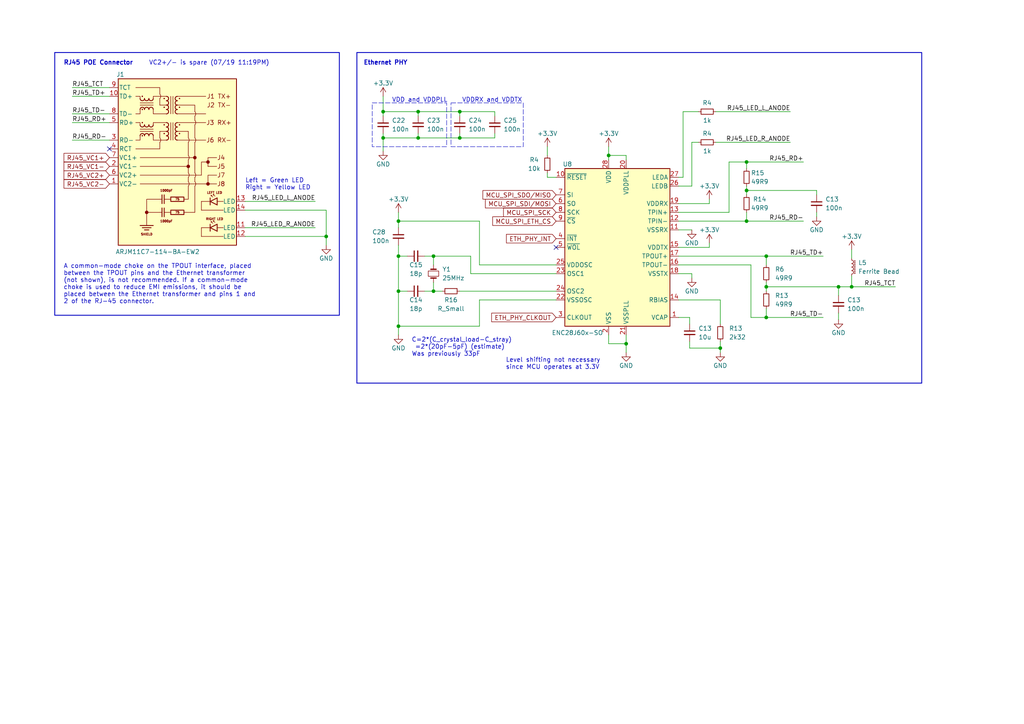
<source format=kicad_sch>
(kicad_sch (version 20230121) (generator eeschema)
  (paper "A4")
  (lib_symbols
    (symbol "Connector_RJ45_Abracon_ARJM11C7-114-BA-EW2:ARJM11C7-114-BA-EW2_1" (pin_names (offset 0.254))
      (property "Reference" "J1" (at 0 29.21 0))
      (property "Value" "ARJM11C7-114-BA-EW2" (at 0 26.035 0))
      (symbol "ARJM11C7-114-BA-EW2_1_0_0"
        (polyline (pts (xy -12.065 3.81) (xy -5.08 3.81)))
        (polyline (pts (xy -10.795 -6.35) (xy 11.43 -6.35)))
        (polyline (pts (xy -10.795 -3.81) (xy 6.985 -3.81)))
        (polyline (pts (xy -10.795 -1.27) (xy 3.175 -1.27)))
        (polyline (pts (xy -10.795 1.27) (xy 5.08 1.27)))
        (polyline (pts (xy -5.08 3.81) (xy -5.08 5.715)))
        (polyline (pts (xy -5.08 6.985) (xy -5.08 8.89)))
        (polyline (pts (xy -5.08 16.51) (xy -5.08 18.415)))
        (polyline (pts (xy -4.445 -14.605) (xy -8.89 -14.605)))
        (polyline (pts (xy -3.81 -14.605) (xy -1.905 -14.605)))
        (polyline (pts (xy -3.81 -10.795) (xy -1.905 -10.795)))
        (polyline (pts (xy 1.905 -14.605) (xy 5.08 -14.605)))
        (polyline (pts (xy 1.905 -10.795) (xy 3.175 -10.795)))
        (polyline (pts (xy 3.175 -10.795) (xy 3.175 -6.985)))
        (polyline (pts (xy 3.175 -5.715) (xy 3.175 -4.445)))
        (polyline (pts (xy 3.175 -3.175) (xy 3.175 0.635)))
        (polyline (pts (xy 3.175 1.905) (xy 3.175 5.715)))
        (polyline (pts (xy 3.175 6.985) (xy 3.175 8.89)))
        (polyline (pts (xy 5.08 -14.605) (xy 5.08 -6.985)))
        (polyline (pts (xy 5.08 -5.715) (xy 5.08 -4.445)))
        (polyline (pts (xy 5.08 -3.175) (xy 5.08 5.715)))
        (polyline (pts (xy 5.08 6.985) (xy 5.08 10.795)))
        (polyline (pts (xy 5.08 12.065) (xy 5.08 13.335)))
        (polyline (pts (xy 8.89 -1.27) (xy 11.43 -1.27)))
        (polyline (pts (xy -4.445 -10.795) (xy -8.89 -10.795) (xy -8.89 -18.415)))
        (polyline (pts (xy 6.985 -3.81) (xy 6.985 0) (xy 8.89 0)))
        (polyline (pts (xy 8.89 -6.35) (xy 8.89 -3.81) (xy 11.43 -3.81)))
        (polyline (pts (xy 8.89 -1.27) (xy 8.89 1.27) (xy 11.43 1.27)))
      )
      (symbol "ARJM11C7-114-BA-EW2_1_0_1"
        (circle (center -10.16 7.62) (radius 0.127) (fill (type outline)))
        (circle (center -10.16 11.43) (radius 0.127) (fill (type outline)))
        (circle (center -10.16 15.24) (radius 0.127) (fill (type outline)))
        (circle (center -10.16 19.05) (radius 0.127) (fill (type outline)))
        (circle (center -3.81 8.255) (radius 0.127) (fill (type outline)))
        (circle (center -3.81 10.795) (radius 0.127) (fill (type outline)))
        (circle (center -3.81 15.875) (radius 0.127) (fill (type outline)))
        (circle (center -3.81 18.415) (radius 0.127) (fill (type outline)))
        (polyline (pts (xy -5.08 8.89) (xy -3.175 8.89)))
        (polyline (pts (xy -5.08 16.51) (xy -3.175 16.51)))
        (polyline (pts (xy 0 6.35) (xy 8.255 6.35)))
        (polyline (pts (xy 0 8.89) (xy 3.175 8.89)))
        (polyline (pts (xy 0 11.43) (xy 8.255 11.43)))
        (polyline (pts (xy 0 13.97) (xy 8.255 13.97)))
        (polyline (pts (xy 0 19.05) (xy 8.255 19.05)))
        (polyline (pts (xy 6.985 -19.05) (xy 6.985 -21.59)))
        (polyline (pts (xy 6.985 -11.43) (xy 6.985 -13.97)))
        (polyline (pts (xy 9.525 -19.05) (xy 6.985 -19.05)))
        (polyline (pts (xy 9.525 -11.43) (xy 6.985 -11.43)))
        (polyline (pts (xy 11.557 -19.05) (xy 13.335 -19.05)))
        (polyline (pts (xy 11.557 -11.43) (xy 13.335 -11.43)))
        (polyline (pts (xy 13.335 -21.59) (xy 6.985 -21.59)))
        (polyline (pts (xy 13.335 -13.97) (xy 6.985 -13.97)))
        (polyline (pts (xy 11.557 -20.066) (xy 11.557 -18.034) (xy 9.525 -19.05) (xy 11.557 -20.066)) (stroke (width 0.254)))
        (polyline (pts (xy 11.557 -12.446) (xy 11.557 -10.414) (xy 9.525 -11.43) (xy 11.557 -12.446)) (stroke (width 0.254)))
        (circle (center 0.63 8.255) (radius 0.127) (fill (type outline)))
        (circle (center 0.63 10.795) (radius 0.127) (fill (type outline)))
        (circle (center 0.63 15.875) (radius 0.127) (fill (type outline)))
        (circle (center 0.63 18.415) (radius 0.127) (fill (type outline)))
      )
      (symbol "ARJM11C7-114-BA-EW2_1_1_0"
        (rectangle (start -17.145 24.13) (end 17.145 -24.13) (stroke (width 0.254)) (fill (type background)))
        (arc (start -5.075 5.715) (mid -4.8134 6.35) (end -5.075 6.985))
        (arc (start -5.075 18.415) (mid -4.8134 19.05) (end -5.075 19.685))
        (polyline (pts (xy -10.795 -18.415) (xy -6.985 -18.415)) (stroke (width 0.254)))
        (polyline (pts (xy -10.16 -19.05) (xy -7.62 -19.05)) (stroke (width 0.254)))
        (polyline (pts (xy -9.525 -19.685) (xy -8.255 -19.685)) (stroke (width 0.254)))
        (polyline (pts (xy -4.445 -13.335) (xy -4.445 -15.875)) (stroke (width 0.254)))
        (polyline (pts (xy -3.81 -13.335) (xy -3.81 -15.875)) (stroke (width 0.254)))
        (polyline (pts (xy -3.81 -9.525) (xy -3.81 -12.065)) (stroke (width 0.254)))
        (arc (start 3.175 -6.985) (mid 3.438 -6.35) (end 3.175 -5.715))
        (arc (start 3.175 0.635) (mid 3.438 1.27) (end 3.175 1.905))
        (arc (start 3.175 5.715) (mid 3.438 6.35) (end 3.175 6.985))
        (arc (start 3.18 -4.445) (mid 3.4416 -3.81) (end 3.18 -3.175))
        (arc (start 5.08 -6.985) (mid 5.343 -6.35) (end 5.08 -5.715))
        (arc (start 5.085 -4.445) (mid 5.3466 -3.81) (end 5.085 -3.175))
        (arc (start 5.085 5.715) (mid 5.3466 6.35) (end 5.085 6.985))
        (arc (start 5.085 10.795) (mid 5.3466 11.43) (end 5.085 12.065))
        (arc (start 5.085 13.335) (mid 5.3466 13.97) (end 5.085 14.605))
        (text "1000pF" (at -3.175 -17.145 0) (effects (font (size 0.635 0.635))))
        (text "1000pF" (at -3.175 -8.255 0) (effects (font (size 0.635 0.635))))
        (text "J1 TX+" (at 12.065 19.05 0) (effects (font (size 1.27 1.27))))
        (text "J2 TX-" (at 12.065 16.51 0) (effects (font (size 1.27 1.27))))
        (text "J3 RX+" (at 12.065 11.43 0) (effects (font (size 1.27 1.27))))
        (text "J4" (at 12.7 1.27 0) (effects (font (size 1.27 1.27))))
        (text "J5" (at 12.7 -1.27 0) (effects (font (size 1.27 1.27))))
        (text "J6 RX-" (at 12.065 6.35 0) (effects (font (size 1.27 1.27))))
        (text "J7" (at 12.7 -3.81 0) (effects (font (size 1.27 1.27))))
        (text "J8" (at 12.7 -6.35 0) (effects (font (size 1.27 1.27))))
        (text "LEFT LED" (at 10.795 -8.89 0) (effects (font (size 0.635 0.635))))
        (text "RIGHT LED" (at 10.795 -16.51 0) (effects (font (size 0.635 0.635))))
        (text "SHIELD" (at -8.89 -20.955 0) (effects (font (size 0.635 0.635))))
      )
      (symbol "ARJM11C7-114-BA-EW2_1_1_1"
        (arc (start -10.795 10.7923) (mid -10.16 10.16) (end -9.525 10.7923) (stroke (width 0.254)))
        (arc (start -10.795 18.4123) (mid -10.16 17.78) (end -9.525 18.4123) (stroke (width 0.254)))
        (arc (start -9.525 7.6227) (mid -10.16 8.255) (end -10.795 7.6227) (stroke (width 0.254)))
        (arc (start -9.525 10.7923) (mid -8.89 10.16) (end -8.255 10.7923) (stroke (width 0.254)))
        (arc (start -9.525 15.2427) (mid -10.16 15.875) (end -10.795 15.2427) (stroke (width 0.254)))
        (arc (start -9.525 18.4123) (mid -8.89 17.78) (end -8.255 18.4123) (stroke (width 0.254)))
        (circle (center -8.89 -14.605) (radius 0.0001) (stroke (width 0.508)))
        (arc (start -8.255 7.6227) (mid -8.89 8.255) (end -9.525 7.6227) (stroke (width 0.254)))
        (arc (start -8.255 10.7923) (mid -7.62 10.16) (end -6.985 10.7923) (stroke (width 0.254)))
        (arc (start -8.255 15.2427) (mid -8.89 15.875) (end -9.525 15.2427) (stroke (width 0.254)))
        (arc (start -8.255 18.4123) (mid -7.62 17.78) (end -6.985 18.4123) (stroke (width 0.254)))
        (arc (start -6.985 7.6227) (mid -7.62 8.255) (end -8.255 7.6227) (stroke (width 0.254)))
        (arc (start -6.985 15.2427) (mid -7.62 15.875) (end -8.255 15.2427) (stroke (width 0.254)))
        (arc (start -3.1696 6.35) (mid -2.535 6.985) (end -3.1696 7.62) (stroke (width 0.254)))
        (arc (start -3.1696 7.62) (mid -2.535 8.255) (end -3.1696 8.89) (stroke (width 0.254)))
        (arc (start -3.1696 8.89) (mid -2.535 9.525) (end -3.1696 10.16) (stroke (width 0.254)))
        (arc (start -3.1696 10.16) (mid -2.535 10.795) (end -3.1696 11.43) (stroke (width 0.254)))
        (arc (start -3.1696 13.97) (mid -2.535 14.605) (end -3.1696 15.24) (stroke (width 0.254)))
        (arc (start -3.1696 15.24) (mid -2.535 15.875) (end -3.1696 16.51) (stroke (width 0.254)))
        (arc (start -3.1696 16.51) (mid -2.535 17.145) (end -3.1696 17.78) (stroke (width 0.254)))
        (arc (start -3.1696 17.78) (mid -2.535 18.415) (end -3.1696 19.05) (stroke (width 0.254)))
        (rectangle (start -1.905 -13.97) (end 1.905 -15.24) (stroke (width 0.254)))
        (arc (start -0.0023 7.62) (mid -0.635 6.985) (end -0.0023 6.35) (stroke (width 0.254)))
        (arc (start -0.0023 8.89) (mid -0.635 8.255) (end -0.0023 7.62) (stroke (width 0.254)))
        (arc (start -0.0023 10.16) (mid -0.635 9.525) (end -0.0023 8.89) (stroke (width 0.254)))
        (arc (start -0.0023 11.43) (mid -0.635 10.795) (end -0.0023 10.16) (stroke (width 0.254)))
        (arc (start -0.0023 15.24) (mid -0.635 14.605) (end -0.0023 13.97) (stroke (width 0.254)))
        (arc (start -0.0023 16.51) (mid -0.635 15.875) (end -0.0023 15.24) (stroke (width 0.254)))
        (arc (start -0.0023 17.78) (mid -0.635 17.145) (end -0.0023 16.51) (stroke (width 0.254)))
        (arc (start -0.0023 19.05) (mid -0.635 18.415) (end -0.0023 17.78) (stroke (width 0.254)))
        (polyline (pts (xy -10.795 9.525) (xy -6.985 9.525)))
        (polyline (pts (xy -10.795 17.145) (xy -6.985 17.145)))
        (polyline (pts (xy -6.985 8.89) (xy -10.795 8.89)))
        (polyline (pts (xy -6.985 16.51) (xy -10.795 16.51)))
        (polyline (pts (xy -4.445 -9.525) (xy -4.445 -12.065)) (stroke (width 0.254)))
        (polyline (pts (xy -1.905 6.35) (xy -1.905 11.43)))
        (polyline (pts (xy -1.905 13.97) (xy -1.905 19.05)))
        (polyline (pts (xy -1.27 11.43) (xy -1.27 6.35)))
        (polyline (pts (xy -1.27 19.05) (xy -1.27 13.97)))
        (polyline (pts (xy 9.525 -18.034) (xy 9.525 -20.066)) (stroke (width 0.254)))
        (polyline (pts (xy 9.525 -10.414) (xy 9.525 -12.446)) (stroke (width 0.254)))
        (polyline (pts (xy 9.779 -17.272) (xy 10.033 -17.272)))
        (polyline (pts (xy 9.779 -9.652) (xy 10.033 -9.652)))
        (polyline (pts (xy 10.414 -17.018) (xy 10.668 -17.018)))
        (polyline (pts (xy 10.414 -9.398) (xy 10.668 -9.398)))
        (polyline (pts (xy -10.795 7.62) (xy -10.795 6.35) (xy -12.065 6.35)))
        (polyline (pts (xy -10.795 10.795) (xy -10.795 11.43) (xy -12.065 11.43)))
        (polyline (pts (xy -10.795 15.24) (xy -10.795 13.97) (xy -12.065 13.97)))
        (polyline (pts (xy -10.795 18.415) (xy -10.795 19.05) (xy -12.065 19.05)))
        (polyline (pts (xy -5.08 19.685) (xy -5.08 21.59) (xy -12.065 21.59)))
        (polyline (pts (xy -3.175 6.35) (xy -6.985 6.35) (xy -6.985 7.62)))
        (polyline (pts (xy -3.175 11.43) (xy -6.985 11.43) (xy -6.985 10.795)))
        (polyline (pts (xy -3.175 13.97) (xy -6.985 13.97) (xy -6.985 15.24)))
        (polyline (pts (xy -3.175 19.05) (xy -6.985 19.05) (xy -6.985 18.415)))
        (polyline (pts (xy 5.08 14.605) (xy 5.08 16.51) (xy 0 16.51)))
        (polyline (pts (xy 10.287 -17.78) (xy 9.779 -17.272) (xy 9.779 -17.526)))
        (polyline (pts (xy 10.287 -10.16) (xy 9.779 -9.652) (xy 9.779 -9.906)))
        (polyline (pts (xy 10.922 -17.526) (xy 10.414 -17.018) (xy 10.414 -17.272)))
        (polyline (pts (xy 10.922 -9.906) (xy 10.414 -9.398) (xy 10.414 -9.652)))
        (rectangle (start 1.905 -10.16) (end -1.905 -11.43) (stroke (width 0.254)))
        (circle (center 3.175 -1.27) (radius 0.0001) (stroke (width 0.508)))
        (circle (center 5.08 1.27) (radius 0.0001) (stroke (width 0.508)))
        (circle (center 8.89 -6.35) (radius 0.0001) (stroke (width 0.508)))
        (circle (center 8.89 0) (radius 0.0001) (stroke (width 0.508)))
        (text "75" (at 0 -14.605 0) (effects (font (size 0.635 0.635))))
        (text "75" (at 0 -10.795 0) (effects (font (size 0.635 0.635))))
        (pin power_in line (at -19.685 -6.35 0) (length 2.54) (name "VC2-") (number "1"))
        (pin unspecified line (at -19.685 19.05 0) (length 2.54) (name "TD+") (number "10"))
        (pin unspecified line (at 19.685 -19.05 180) (length 2.54) (name "LED") (number "11"))
        (pin unspecified line (at 19.685 -21.59 180) (length 2.54) (name "LED") (number "12"))
        (pin unspecified line (at 19.685 -11.43 180) (length 2.54) (name "LED") (number "13"))
        (pin unspecified line (at 19.685 -13.97 180) (length 2.54) (name "LED") (number "14"))
        (pin power_in line (at -19.685 -1.27 0) (length 2.54) (name "VC1-") (number "2"))
        (pin unspecified line (at -19.685 6.35 0) (length 2.54) (name "RD-") (number "3"))
        (pin unspecified line (at -19.685 3.81 0) (length 2.54) (name "RCT") (number "4"))
        (pin unspecified line (at -19.685 11.43 0) (length 2.54) (name "RD+") (number "5"))
        (pin power_in line (at -19.685 -3.81 0) (length 2.54) (name "VC2+") (number "6"))
        (pin power_in line (at -19.685 1.27 0) (length 2.54) (name "VC1+") (number "7"))
        (pin unspecified line (at -19.685 13.97 0) (length 2.54) (name "TD-") (number "8"))
        (pin unspecified line (at -19.685 21.59 0) (length 2.54) (name "TCT") (number "9"))
      )
    )
    (symbol "Device:C_Small" (pin_numbers hide) (pin_names (offset 0.254) hide)
      (property "Reference" "C" (at 0.254 1.778 0))
      (property "Value" "C_Small" (at 0.254 -2.032 0))
      (symbol "C_Small_0_1"
        (polyline (pts (xy -1.524 -0.508) (xy 1.524 -0.508)) (stroke (width 0.3302)))
        (polyline (pts (xy -1.524 0.508) (xy 1.524 0.508)) (stroke (width 0.3048)))
      )
      (symbol "C_Small_1_1"
        (pin passive line (at 0 2.54 270) (length 2.032) (name "~") (number "1"))
        (pin passive line (at 0 -2.54 90) (length 2.032) (name "~") (number "2"))
      )
    )
    (symbol "Device:Crystal_Small" (pin_numbers hide) (pin_names (offset 1.016) hide)
      (property "Reference" "Y" (at 0 2.54 0))
      (property "Value" "Crystal_Small" (at 0 -2.54 0))
      (symbol "Crystal_Small_0_1"
        (rectangle (start -0.762 -1.524) (end 0.762 1.524))
        (polyline (pts (xy -1.27 -0.762) (xy -1.27 0.762)) (stroke (width 0.381)))
        (polyline (pts (xy 1.27 -0.762) (xy 1.27 0.762)) (stroke (width 0.381)))
      )
      (symbol "Crystal_Small_1_1"
        (pin passive line (at -2.54 0 0) (length 1.27) (name "1") (number "1"))
        (pin passive line (at 2.54 0 180) (length 1.27) (name "2") (number "2"))
      )
    )
    (symbol "Device:L_Ferrite_Small" (pin_numbers hide) (pin_names (offset 0.254) hide)
      (property "Reference" "L" (at 1.27 1.016 0))
      (property "Value" "L_Ferrite_Small" (at 1.27 -1.27 0))
      (symbol "L_Ferrite_Small_0_1"
        (arc (start 0 -2.032) (mid 0.5058 -1.524) (end 0 -1.016))
        (arc (start 0 -1.016) (mid 0.5058 -0.508) (end 0 0))
        (polyline (pts (xy 0.762 -1.905) (xy 0.762 -1.651)))
        (polyline (pts (xy 0.762 -1.397) (xy 0.762 -1.143)))
        (polyline (pts (xy 0.762 -0.889) (xy 0.762 -0.635)))
        (polyline (pts (xy 0.762 -0.381) (xy 0.762 -0.127)))
        (polyline (pts (xy 0.762 0.127) (xy 0.762 0.381)))
        (polyline (pts (xy 0.762 0.635) (xy 0.762 0.889)))
        (polyline (pts (xy 0.762 1.143) (xy 0.762 1.397)))
        (polyline (pts (xy 0.762 1.651) (xy 0.762 1.905)))
        (polyline (pts (xy 1.016 -1.651) (xy 1.016 -1.905)))
        (polyline (pts (xy 1.016 -1.143) (xy 1.016 -1.397)))
        (polyline (pts (xy 1.016 -0.635) (xy 1.016 -0.889)))
        (polyline (pts (xy 1.016 -0.127) (xy 1.016 -0.381)))
        (polyline (pts (xy 1.016 0.381) (xy 1.016 0.127)))
        (polyline (pts (xy 1.016 0.889) (xy 1.016 0.635)))
        (polyline (pts (xy 1.016 1.397) (xy 1.016 1.143)))
        (polyline (pts (xy 1.016 1.905) (xy 1.016 1.651)))
        (arc (start 0 0) (mid 0.5058 0.508) (end 0 1.016))
        (arc (start 0 1.016) (mid 0.5058 1.524) (end 0 2.032))
      )
      (symbol "L_Ferrite_Small_1_1"
        (pin passive line (at 0 2.54 270) (length 0.508) (name "~") (number "1"))
        (pin passive line (at 0 -2.54 90) (length 0.508) (name "~") (number "2"))
      )
    )
    (symbol "Device:R_Small" (pin_numbers hide) (pin_names (offset 0.254) hide)
      (property "Reference" "R" (at 0.762 0.508 0))
      (property "Value" "R_Small" (at 0.762 -1.016 0))
      (symbol "R_Small_0_1"
        (rectangle (start -0.762 1.778) (end 0.762 -1.778) (stroke (width 0.2032)))
      )
      (symbol "R_Small_1_1"
        (pin passive line (at 0 2.54 270) (length 0.762) (name "~") (number "1"))
        (pin passive line (at 0 -2.54 90) (length 0.762) (name "~") (number "2"))
      )
    )
    (symbol "Interface_Ethernet:ENC28J60x-SO"
      (property "Reference" "U" (at -13.97 24.13 0))
      (property "Value" "ENC28J60x-SO" (at 5.08 24.13 0))
      (symbol "ENC28J60x-SO_0_1"
        (rectangle (start -15.24 22.86) (end 15.24 -22.86) (stroke (width 0.254)) (fill (type background)))
      )
      (symbol "ENC28J60x-SO_1_1"
        (pin input line (at 17.78 -20.32 180) (length 2.54) (name "VCAP") (number "1"))
        (pin input line (at -17.78 20.32 0) (length 2.54) (name "~{RESET}") (number "10"))
        (pin power_in line (at 17.78 5.08 180) (length 2.54) (name "VSSRX") (number "11"))
        (pin input line (at 17.78 7.62 180) (length 2.54) (name "TPIN-") (number "12"))
        (pin input line (at 17.78 10.16 180) (length 2.54) (name "TPIN+") (number "13"))
        (pin input line (at 17.78 -15.24 180) (length 2.54) (name "RBIAS") (number "14"))
        (pin power_in line (at 17.78 0 180) (length 2.54) (name "VDDTX") (number "15"))
        (pin output line (at 17.78 -5.08 180) (length 2.54) (name "TPOUT-") (number "16"))
        (pin output line (at 17.78 -2.54 180) (length 2.54) (name "TPOUT+") (number "17"))
        (pin power_in line (at 17.78 -7.62 180) (length 2.54) (name "VSSTX") (number "18"))
        (pin power_in line (at 17.78 12.7 180) (length 2.54) (name "VDDRX") (number "19"))
        (pin power_in line (at -2.54 -25.4 90) (length 2.54) (name "VSS") (number "2"))
        (pin power_in line (at 2.54 25.4 270) (length 2.54) (name "VDDPLL") (number "20"))
        (pin power_in line (at 2.54 -25.4 90) (length 2.54) (name "VSSPLL") (number "21"))
        (pin power_in line (at -17.78 -15.24 0) (length 2.54) (name "VSSOSC") (number "22"))
        (pin input line (at -17.78 -7.62 0) (length 2.54) (name "OSC1") (number "23"))
        (pin input line (at -17.78 -12.7 0) (length 2.54) (name "OSC2") (number "24"))
        (pin power_in line (at -17.78 -5.08 0) (length 2.54) (name "VDDOSC") (number "25"))
        (pin output line (at 17.78 17.78 180) (length 2.54) (name "LEDB") (number "26"))
        (pin output line (at 17.78 20.32 180) (length 2.54) (name "LEDA") (number "27"))
        (pin power_in line (at -2.54 25.4 270) (length 2.54) (name "VDD") (number "28"))
        (pin output line (at -17.78 -20.32 0) (length 2.54) (name "CLKOUT") (number "3"))
        (pin output line (at -17.78 2.54 0) (length 2.54) (name "~{INT}") (number "4"))
        (pin output line (at -17.78 0 0) (length 2.54) (name "~{WOL}") (number "5"))
        (pin output line (at -17.78 12.7 0) (length 2.54) (name "SO") (number "6"))
        (pin input line (at -17.78 15.24 0) (length 2.54) (name "SI") (number "7"))
        (pin input line (at -17.78 10.16 0) (length 2.54) (name "SCK") (number "8"))
        (pin input line (at -17.78 7.62 0) (length 2.54) (name "~{CS}") (number "9"))
      )
    )
    (symbol "power:+3.3V" (power) (pin_names (offset 0))
      (property "Value" "+3.3V" (at 0 3.556 0))
      (symbol "+3.3V_0_1"
        (polyline (pts (xy -0.762 1.27) (xy 0 2.54)))
        (polyline (pts (xy 0 0) (xy 0 2.54)))
        (polyline (pts (xy 0 2.54) (xy 0.762 1.27)))
      )
      (symbol "+3.3V_1_1"
        (pin power_in line (at 0 0 90) (length 0) hide (name "+3.3V") (number "1"))
      )
    )
    (symbol "power:GND" (power) (pin_names (offset 0))
      (property "Value" "GND" (at 0 -3.81 0))
      (symbol "GND_0_1"
        (polyline (pts (xy 0 0) (xy 0 -1.27) (xy 1.27 -1.27) (xy 0 -2.54) (xy -1.27 -1.27) (xy 0 -1.27)))
      )
      (symbol "GND_1_1"
        (pin power_in line (at 0 0 270) (length 0) hide (name "GND") (number "1"))
      )
    )
  )
  (junction (at 222.25 92.075))
  (junction (at 216.535 64.135))
  (junction (at 222.25 83.185))
  (junction (at 115.57 94.615))
  (junction (at 176.53 45.085))
  (junction (at 115.57 84.455))
  (junction (at 181.61 99.695))
  (junction (at 94.615 68.58))
  (junction (at 216.535 55.245))
  (junction (at 111.125 40.005))
  (junction (at 125.73 84.455))
  (junction (at 208.915 100.965))
  (junction (at 243.205 83.185))
  (junction (at 111.125 32.385))
  (junction (at 216.535 46.99))
  (junction (at 121.285 32.385))
  (junction (at 247.015 83.185))
  (junction (at 125.73 74.295))
  (junction (at 133.35 32.385))
  (junction (at 115.57 64.135))
  (junction (at 133.35 40.005))
  (junction (at 115.57 74.295))
  (junction (at 222.25 74.295))
  (junction (at 121.285 40.005))
  (no_connect (at 31.75 43.18))
  (no_connect (at 161.29 71.755))
  (wire (pts (xy 125.73 74.295) (xy 136.525 74.295)))
  (wire (pts (xy 236.855 61.595) (xy 236.855 62.865)))
  (wire (pts (xy 125.73 74.295) (xy 123.19 74.295)))
  (wire (pts (xy 222.25 81.915) (xy 222.25 83.185)))
  (wire (pts (xy 20.955 33.02) (xy 31.75 33.02)))
  (wire (pts (xy 143.51 38.735) (xy 143.51 40.005)))
  (wire (pts (xy 200.025 92.075) (xy 200.025 93.98)))
  (wire (pts (xy 208.915 99.06) (xy 208.915 100.965)))
  (wire (pts (xy 198.12 32.385) (xy 198.12 51.435)))
  (wire (pts (xy 196.85 74.295) (xy 222.25 74.295)))
  (wire (pts (xy 196.85 66.675) (xy 200.66 66.675)))
  (wire (pts (xy 196.85 79.375) (xy 200.66 79.375)))
  (wire (pts (xy 133.35 32.385) (xy 133.35 33.655)))
  (wire (pts (xy 181.61 45.085) (xy 176.53 45.085)))
  (wire (pts (xy 247.015 80.01) (xy 247.015 83.185)))
  (wire (pts (xy 31.75 25.4) (xy 20.955 25.4)))
  (wire (pts (xy 115.57 74.295) (xy 115.57 84.455)))
  (wire (pts (xy 121.285 38.735) (xy 121.285 40.005)))
  (wire (pts (xy 205.74 71.755) (xy 196.85 71.755)))
  (wire (pts (xy 121.285 32.385) (xy 133.35 32.385)))
  (wire (pts (xy 158.75 50.165) (xy 158.75 51.435)))
  (wire (pts (xy 211.455 46.99) (xy 216.535 46.99)))
  (wire (pts (xy 208.915 100.965) (xy 208.915 102.235)))
  (wire (pts (xy 121.285 40.005) (xy 133.35 40.005)))
  (wire (pts (xy 115.57 84.455) (xy 118.11 84.455)))
  (wire (pts (xy 71.12 68.58) (xy 94.615 68.58)))
  (wire (pts (xy 125.73 84.455) (xy 123.19 84.455)))
  (wire (pts (xy 222.25 89.535) (xy 222.25 92.075)))
  (wire (pts (xy 196.85 59.055) (xy 205.74 59.055)))
  (wire (pts (xy 243.205 83.185) (xy 243.205 85.725)))
  (wire (pts (xy 111.125 27.94) (xy 111.125 32.385)))
  (wire (pts (xy 211.455 61.595) (xy 211.455 46.99)))
  (wire (pts (xy 176.53 42.545) (xy 176.53 45.085)))
  (wire (pts (xy 115.57 64.135) (xy 139.065 64.135)))
  (wire (pts (xy 181.61 99.695) (xy 181.61 102.235)))
  (wire (pts (xy 200.66 41.275) (xy 202.565 41.275)))
  (wire (pts (xy 161.29 76.835) (xy 139.065 76.835)))
  (wire (pts (xy 20.955 27.94) (xy 31.75 27.94)))
  (wire (pts (xy 158.75 42.545) (xy 158.75 45.085)))
  (wire (pts (xy 222.25 83.185) (xy 243.205 83.185)))
  (wire (pts (xy 115.57 61.595) (xy 115.57 64.135)))
  (wire (pts (xy 125.73 84.455) (xy 128.27 84.455)))
  (wire (pts (xy 243.205 90.805) (xy 243.205 92.71)))
  (wire (pts (xy 111.125 40.005) (xy 111.125 43.815)))
  (wire (pts (xy 115.57 94.615) (xy 139.065 94.615)))
  (wire (pts (xy 20.955 40.64) (xy 31.75 40.64)))
  (wire (pts (xy 196.85 86.995) (xy 208.915 86.995)))
  (wire (pts (xy 94.615 60.96) (xy 94.615 68.58)))
  (wire (pts (xy 236.855 55.245) (xy 236.855 56.515)))
  (wire (pts (xy 216.535 46.99) (xy 216.535 48.895)))
  (wire (pts (xy 121.285 32.385) (xy 111.125 32.385)))
  (wire (pts (xy 121.285 40.005) (xy 111.125 40.005)))
  (wire (pts (xy 118.11 74.295) (xy 115.57 74.295)))
  (wire (pts (xy 196.85 61.595) (xy 211.455 61.595)))
  (wire (pts (xy 121.285 33.655) (xy 121.285 32.385)))
  (wire (pts (xy 198.12 51.435) (xy 196.85 51.435)))
  (wire (pts (xy 139.065 64.135) (xy 139.065 76.835)))
  (wire (pts (xy 71.12 66.04) (xy 91.44 66.04)))
  (wire (pts (xy 217.805 92.075) (xy 222.25 92.075)))
  (wire (pts (xy 181.61 97.155) (xy 181.61 99.695)))
  (wire (pts (xy 205.74 70.485) (xy 205.74 71.755)))
  (wire (pts (xy 181.61 46.355) (xy 181.61 45.085)))
  (wire (pts (xy 125.73 84.455) (xy 125.73 81.915)))
  (wire (pts (xy 143.51 40.005) (xy 133.35 40.005)))
  (wire (pts (xy 222.25 92.075) (xy 238.76 92.075)))
  (wire (pts (xy 139.065 86.995) (xy 139.065 94.615)))
  (wire (pts (xy 94.615 68.58) (xy 94.615 71.12)))
  (wire (pts (xy 133.35 84.455) (xy 161.29 84.455)))
  (wire (pts (xy 200.66 53.975) (xy 196.85 53.975)))
  (wire (pts (xy 198.12 32.385) (xy 202.565 32.385)))
  (wire (pts (xy 200.025 100.965) (xy 208.915 100.965)))
  (wire (pts (xy 133.35 38.735) (xy 133.35 40.005)))
  (wire (pts (xy 115.57 64.135) (xy 115.57 66.04)))
  (wire (pts (xy 200.66 79.375) (xy 200.66 80.645)))
  (wire (pts (xy 222.25 74.295) (xy 222.25 76.835)))
  (wire (pts (xy 216.535 61.595) (xy 216.535 64.135)))
  (wire (pts (xy 139.065 86.995) (xy 161.29 86.995)))
  (wire (pts (xy 115.57 94.615) (xy 115.57 97.155)))
  (wire (pts (xy 216.535 55.245) (xy 216.535 56.515)))
  (wire (pts (xy 176.53 45.085) (xy 176.53 46.355)))
  (wire (pts (xy 111.125 32.385) (xy 111.125 33.655)))
  (wire (pts (xy 217.805 76.835) (xy 217.805 92.075)))
  (wire (pts (xy 196.85 64.135) (xy 216.535 64.135)))
  (wire (pts (xy 207.645 32.385) (xy 229.235 32.385)))
  (wire (pts (xy 196.85 92.075) (xy 200.025 92.075)))
  (wire (pts (xy 216.535 53.975) (xy 216.535 55.245)))
  (wire (pts (xy 247.015 72.39) (xy 247.015 74.93)))
  (wire (pts (xy 111.125 38.735) (xy 111.125 40.005)))
  (wire (pts (xy 136.525 79.375) (xy 161.29 79.375)))
  (wire (pts (xy 208.915 86.995) (xy 208.915 93.98)))
  (wire (pts (xy 176.53 99.695) (xy 181.61 99.695)))
  (wire (pts (xy 216.535 46.99) (xy 233.045 46.99)))
  (wire (pts (xy 20.955 35.56) (xy 31.75 35.56)))
  (wire (pts (xy 143.51 32.385) (xy 133.35 32.385)))
  (wire (pts (xy 71.12 60.96) (xy 94.615 60.96)))
  (wire (pts (xy 200.66 41.275) (xy 200.66 53.975)))
  (wire (pts (xy 158.75 51.435) (xy 161.29 51.435)))
  (wire (pts (xy 247.015 83.185) (xy 259.715 83.185)))
  (wire (pts (xy 200.025 99.06) (xy 200.025 100.965)))
  (wire (pts (xy 222.25 74.295) (xy 238.76 74.295)))
  (wire (pts (xy 205.74 57.785) (xy 205.74 59.055)))
  (wire (pts (xy 216.535 55.245) (xy 236.855 55.245)))
  (wire (pts (xy 216.535 64.135) (xy 233.045 64.135)))
  (wire (pts (xy 207.645 41.275) (xy 229.235 41.275)))
  (wire (pts (xy 222.25 83.185) (xy 222.25 84.455)))
  (wire (pts (xy 115.57 71.12) (xy 115.57 74.295)))
  (wire (pts (xy 143.51 33.655) (xy 143.51 32.385)))
  (wire (pts (xy 136.525 74.295) (xy 136.525 79.375)))
  (wire (pts (xy 176.53 97.155) (xy 176.53 99.695)))
  (wire (pts (xy 196.85 76.835) (xy 217.805 76.835)))
  (wire (pts (xy 71.12 58.42) (xy 91.44 58.42)))
  (wire (pts (xy 125.73 74.295) (xy 125.73 76.835)))
  (wire (pts (xy 115.57 84.455) (xy 115.57 94.615)))
  (wire (pts (xy 243.205 83.185) (xy 247.015 83.185)))
  (rectangle (start 130.81 29.845) (end 151.765 42.545) (stroke (width 0.127) (type dash)))
  (rectangle (start 103.505 15.24) (end 267.335 111.125) (stroke (width 0.254)))
  (rectangle (start 107.95 29.845) (end 129.54 42.545) (stroke (width 0.127) (type dash)))
  (rectangle (start 15.875 15.24) (end 98.425 91.44) (stroke (width 0.254)))
  (text "Left = Green LED\nRight = Yellow LED" (at 71.12 55.245 0) (effects (font (size 1.27 1.27)) (justify left bottom)))
  (text "A common-mode choke on the TPOUT interface, placed\nbetween the TPOUT pins and the Ethernet transformer\n(not shown), is not recommended. If a common-mode\nchoke is used to reduce EMI emissions, it should be\nplaced between the Ethernet transformer and pins 1 and\n2 of the RJ-45 connector." (at 18.415 88.265 0) (effects (font (size 1.27 1.27)) (justify left bottom)))
  (text "C=2*(C_crystal_load-C_stray)\n =2*(20pF-5pF) (estimate)\nWas previously 33pF" (at 119.38 103.505 0) (effects (font (size 1.27 1.27)) (justify left bottom)))
  (text "RJ45 POE Connector" (at 18.415 19.05 0) (effects (font (size 1.27 1.27) (thickness 0.254) bold) (justify left bottom)))
  (text "Level shifting not necessary\nsince MCU operates at 3.3V" (at 146.685 107.315 0) (effects (font (size 1.27 1.27)) (justify left bottom)))
  (text "Ethernet PHY" (at 105.41 19.05 0) (effects (font (size 1.27 1.27) (thickness 0.254) bold) (justify left bottom)))
  (text "VC2+/- is spare (07/19 11:19PM)\n" (at 43.18 19.05 0) (effects (font (size 1.27 1.27)) (justify left bottom)))
  (text "VDD and VDDPLL" (at 113.665 29.845 0) (effects (font (size 1.27 1.27)) (justify left bottom)))
  (text "VDDRX and VDDTX" (at 133.985 29.845 0) (effects (font (size 1.27 1.27)) (justify left bottom)))
  (label "RJ45_TD-" (at 20.955 33.02 0))
  (label "RJ45_RD-" (at 20.955 40.64 0))
  (label "RJ45_TD-" (at 238.76 92.075 180))
  (label "RJ45_RD+" (at 233.045 46.99 180))
  (label "RJ45_TCT" (at 259.715 83.185 180))
  (label "RJ45_LED_L_ANODE" (at 91.44 58.42 180))
  (label "RJ45_TD+" (at 238.76 74.295 180))
  (label "RJ45_LED_L_ANODE" (at 229.235 32.385 180))
  (label "RJ45_TD+" (at 20.955 27.94 0))
  (label "RJ45_LED_R_ANODE" (at 91.44 66.04 180))
  (label "RJ45_RD-" (at 233.045 64.135 180))
  (label "RJ45_TCT" (at 20.955 25.4 0))
  (label "RJ45_RD+" (at 20.955 35.56 0))
  (label "RJ45_LED_R_ANODE" (at 229.235 41.275 180))
  (global_label "RJ45_VC2-" (shape input) (at 31.75 53.34 180) (property "Intersheetrefs" "${INTERSHEET_REFS}" (effects hide)))
  (global_label "RJ45_VC1+" (shape input) (at 31.75 45.72 180) (property "Intersheetrefs" "${INTERSHEET_REFS}" (effects hide)))
  (global_label "MCU_SPI_ETH_CS" (shape input) (at 161.29 64.135 180) (property "Intersheetrefs" "${INTERSHEET_REFS}" (effects hide)))
  (global_label "RJ45_VC2+" (shape input) (at 31.75 50.8 180) (property "Intersheetrefs" "${INTERSHEET_REFS}" (effects hide)))
  (global_label "MCU_SPI_SDO{slash}MISO" (shape input) (at 161.29 56.515 180) (property "Intersheetrefs" "${INTERSHEET_REFS}" (effects hide)))
  (global_label "ETH_PHY_CLKOUT" (shape input) (at 161.29 92.075 180) (property "Intersheetrefs" "${INTERSHEET_REFS}" (effects hide)))
  (global_label "MCU_SPI_SDI{slash}MOSI" (shape input) (at 161.29 59.055 180) (property "Intersheetrefs" "${INTERSHEET_REFS}" (effects hide)))
  (global_label "RJ45_VC1-" (shape input) (at 31.75 48.26 180) (property "Intersheetrefs" "${INTERSHEET_REFS}" (effects hide)))
  (global_label "MCU_SPI_SCK" (shape input) (at 161.29 61.595 180) (property "Intersheetrefs" "${INTERSHEET_REFS}" (effects hide)))
  (global_label "ETH_PHY_INT" (shape input) (at 161.29 69.215 180) (property "Intersheetrefs" "${INTERSHEET_REFS}" (effects hide)))
  (symbol (lib_id "Interface_Ethernet:ENC28J60x-SO") (at 179.07 71.755 0) (unit 1)
    (property "Reference" "U8" (at 163.195 47.625 0) (effects (justify left)))
    (property "Value" "ENC28J60x-SO" (at 160.02 96.52 0) (effects (justify left)))
    (property "Footprint" "Package_SO:SOIC-28W_7.5x17.9mm_P1.27mm" (effects hide))
    (property "Datasheet" "http://ww1.microchip.com/downloads/en/devicedoc/39662e.pdf" (effects hide))
  )
  (symbol (lib_id "power:+3.3V") (at 115.57 61.595 0) (unit 1)
    (property "Reference" "#PWR033" (effects hide))
    (property "Value" "+3.3V" (at 115.57 57.785 0))
  )
  (symbol (lib_id "power:GND") (at 200.66 80.645 0) (unit 1)
    (property "Reference" "#PWR021" (effects hide))
    (property "Value" "GND" (at 200.66 84.455 0))
    (instances (project "LED-driver-kicad" (path "" (reference "#PWR021") (unit 1)) (path "" (reference "#PWR030") (unit 1))))
  )
  (symbol (lib_id "Device:R_Small") (at 222.25 79.375 0) (unit 1)
    (property "Reference" "R6" (at 224.79 78.105 0) (effects (justify left)))
    (property "Value" "49R9" (at 224.79 80.645 0) (effects (justify left)))
  )
  (symbol (lib_id "Device:C_Small") (at 243.205 88.265 0) (unit 1)
    (property "Reference" "C13" (at 245.745 87.0013 0) (effects (justify left)))
    (property "Value" "100n" (at 245.745 89.5413 0) (effects (justify left)))
  )
  (symbol (lib_id "Device:C_Small") (at 143.51 36.195 0) (unit 1)
    (property "Reference" "C25" (at 146.05 34.9313 0) (effects (justify left)))
    (property "Value" "100n" (at 146.05 37.4713 0) (effects (justify left)))
  )
  (symbol (lib_id "Device:C_Small") (at 115.57 68.58 0) (unit 1)
    (property "Reference" "C28" (at 107.95 67.31 0) (effects (justify left)))
    (property "Value" "100n" (at 107.95 69.85 0) (effects (justify left)))
  )
  (symbol (lib_id "Device:Crystal_Small") (at 125.73 79.375 90) (unit 1)
    (property "Reference" "Y1" (at 128.27 78.105 90) (effects (justify right)))
    (property "Value" "25MHz" (at 128.27 80.645 90) (effects (justify right)))
    (instances (project "LED-driver-kicad" (path "" (reference "Y1") (unit 1)) (path "" (reference "Y3") (unit 1))))
  )
  (symbol (lib_id "Device:R_Small") (at 208.915 96.52 180) (unit 1)
    (property "Reference" "R13" (at 211.455 95.25 0) (effects (justify right)))
    (property "Value" "2k32" (at 211.455 97.79 0) (effects (justify right)))
    (instances (project "LED-driver-kicad" (path "" (reference "R13") (unit 1)) (path "" (reference "R7") (unit 1))))
  )
  (symbol (lib_id "power:+3.3V") (at 205.74 57.785 0) (unit 1)
    (property "Reference" "#PWR029" (effects hide))
    (property "Value" "+3.3V" (at 205.74 53.975 0))
  )
  (symbol (lib_id "power:GND") (at 200.66 66.675 0) (unit 1)
    (property "Reference" "#PWR021" (effects hide))
    (property "Value" "GND" (at 200.66 70.485 0))
    (instances (project "LED-driver-kicad" (path "" (reference "#PWR021") (unit 1)) (path "" (reference "#PWR08") (unit 1))))
  )
  (symbol (lib_id "Device:R_Small") (at 130.81 84.455 90) (unit 1)
    (property "Reference" "R16" (at 130.81 86.995 90))
    (property "Value" "R_Small" (at 130.81 89.535 90))
    (instances (project "LED-driver-kicad" (path "" (reference "R16") (unit 1)) (path "" (reference "R10") (unit 1))))
  )
  (symbol (lib_id "power:+3.3V") (at 158.75 42.545 0) (unit 1)
    (property "Reference" "#PWR034" (effects hide))
    (property "Value" "+3.3V" (at 158.75 38.735 0))
  )
  (symbol (lib_id "Device:C_Small") (at 111.125 36.195 0) (unit 1)
    (property "Reference" "C22" (at 113.665 34.9313 0) (effects (justify left)))
    (property "Value" "100n" (at 113.665 37.4713 0) (effects (justify left)))
  )
  (symbol (lib_id "power:+3.3V") (at 205.74 70.485 0) (unit 1)
    (property "Reference" "#PWR06" (effects hide))
    (property "Value" "+3.3V" (at 205.74 66.675 0))
  )
  (symbol (lib_id "power:GND") (at 94.615 71.12 0) (unit 1)
    (property "Reference" "#PWR019" (effects hide))
    (property "Value" "GND" (at 94.615 74.93 0))
    (instances (project "LED-driver-kicad" (path "" (reference "#PWR019") (unit 1)) (path "" (reference "#PWR022") (unit 1))))
  )
  (symbol (lib_id "power:GND") (at 243.205 92.71 0) (unit 1)
    (property "Reference" "#PWR021" (effects hide))
    (property "Value" "GND" (at 243.205 96.52 0))
  )
  (symbol (lib_id "Device:R_Small") (at 222.25 86.995 0) (unit 1)
    (property "Reference" "R13" (at 224.79 85.725 0) (effects (justify left)))
    (property "Value" "49R9" (at 224.79 88.265 0) (effects (justify left)))
  )
  (symbol (lib_id "power:GND") (at 181.61 102.235 0) (unit 1)
    (property "Reference" "#PWR021" (effects hide))
    (property "Value" "GND" (at 181.61 106.045 0))
    (instances (project "LED-driver-kicad" (path "" (reference "#PWR021") (unit 1)) (path "" (reference "#PWR025") (unit 1))))
  )
  (symbol (lib_id "Device:C_Small") (at 120.65 84.455 90) (unit 1)
    (property "Reference" "C14" (at 120.65 86.995 90))
    (property "Value" "18p" (at 120.65 89.535 90))
    (instances (project "LED-driver-kicad" (path "" (reference "C14") (unit 1)) (path "" (reference "C27") (unit 1))))
  )
  (symbol (lib_id "Connector_RJ45_Abracon_ARJM11C7-114-BA-EW2:ARJM11C7-114-BA-EW2_1") (at 51.435 46.99 0) (unit 1)
    (property "Reference" "J1" (at 34.925 21.59 0))
    (property "Value" "ARJM11C7-114-BA-EW2" (at 45.72 73.025 0))
    (property "Footprint" "Connector_RJ:Connector_RJ45_Abracon_ARJM11C7-114-BA-EW2" (effects hide))
    (property "Datasheet" "https://abracon.com/Magnetics/ARJM11.pdf" (effects hide))
  )
  (symbol (lib_id "Device:R_Small") (at 216.535 59.055 180) (unit 1)
    (property "Reference" "R14" (at 220.345 57.785 0))
    (property "Value" "49R9" (at 220.345 60.325 0))
    (instances (project "LED-driver-kicad" (path "" (reference "R14") (unit 1)) (path "" (reference "R15") (unit 1))))
  )
  (symbol (lib_id "Device:R_Small") (at 205.105 41.275 90) (unit 1)
    (property "Reference" "R4" (at 205.105 38.735 90))
    (property "Value" "1k" (at 205.105 43.815 90))
    (instances (project "LED-driver-kicad" (path "" (reference "R4") (unit 1)) (path "" (reference "R9") (unit 1))))
  )
  (symbol (lib_id "power:+3.3V") (at 176.53 42.545 0) (unit 1)
    (property "Reference" "#PWR028" (effects hide))
    (property "Value" "+3.3V" (at 176.53 38.735 0))
  )
  (symbol (lib_id "Device:R_Small") (at 158.75 47.625 180) (unit 1)
    (property "Reference" "R4" (at 154.94 46.355 0))
    (property "Value" "10k" (at 154.94 48.895 0))
    (instances (project "LED-driver-kicad" (path "" (reference "R4") (unit 1)) (path "" (reference "R11") (unit 1))))
  )
  (symbol (lib_id "Device:R_Small") (at 205.105 32.385 90) (unit 1)
    (property "Reference" "R4" (at 205.105 29.845 90))
    (property "Value" "1k" (at 205.105 34.925 90))
    (instances (project "LED-driver-kicad" (path "" (reference "R4") (unit 1)) (path "" (reference "R8") (unit 1))))
  )
  (symbol (lib_id "Device:L_Ferrite_Small") (at 247.015 77.47 0) (unit 1)
    (property "Reference" "L5" (at 248.92 76.2 0) (effects (justify left)))
    (property "Value" "Ferrite Bead" (at 248.92 78.74 0) (effects (justify left)))
  )
  (symbol (lib_id "power:+3.3V") (at 247.015 72.39 0) (unit 1)
    (property "Reference" "#PWR022" (effects hide))
    (property "Value" "+3.3V" (at 247.015 68.58 0))
    (instances (project "LED-driver-kicad" (path "" (reference "#PWR022") (unit 1)) (path "" (reference "#PWR020") (unit 1))))
  )
  (symbol (lib_id "Device:C_Small") (at 120.65 74.295 90) (unit 1)
    (property "Reference" "C15" (at 120.65 76.835 90))
    (property "Value" "18p" (at 120.65 79.375 90))
    (instances (project "LED-driver-kicad" (path "" (reference "C15") (unit 1)) (path "" (reference "C26") (unit 1))))
  )
  (symbol (lib_id "power:+3.3V") (at 111.125 27.94 0) (unit 1)
    (property "Reference" "#PWR026" (effects hide))
    (property "Value" "+3.3V" (at 111.125 24.13 0))
  )
  (symbol (lib_id "power:GND") (at 111.125 43.815 0) (unit 1)
    (property "Reference" "#PWR021" (effects hide))
    (property "Value" "GND" (at 111.125 47.625 0))
    (instances (project "LED-driver-kicad" (path "" (reference "#PWR021") (unit 1)) (path "" (reference "#PWR027") (unit 1))))
  )
  (symbol (lib_id "power:GND") (at 208.915 102.235 0) (unit 1)
    (property "Reference" "#PWR021" (effects hide))
    (property "Value" "GND" (at 208.915 106.045 0))
    (instances (project "LED-driver-kicad" (path "" (reference "#PWR021") (unit 1)) (path "" (reference "#PWR07") (unit 1))))
  )
  (symbol (lib_id "Device:C_Small") (at 200.025 96.52 0) (unit 1)
    (property "Reference" "C13" (at 202.565 95.2563 0) (effects (justify left)))
    (property "Value" "10u" (at 202.565 97.7963 0) (effects (justify left)))
    (instances (project "LED-driver-kicad" (path "" (reference "C13") (unit 1)) (path "" (reference "C21") (unit 1))))
  )
  (symbol (lib_id "Device:C_Small") (at 133.35 36.195 0) (unit 1)
    (property "Reference" "C24" (at 135.89 34.9313 0) (effects (justify left)))
    (property "Value" "100n" (at 135.89 37.4713 0) (effects (justify left)))
  )
  (symbol (lib_id "power:GND") (at 115.57 97.155 0) (unit 1)
    (property "Reference" "#PWR023" (effects hide))
    (property "Value" "GND" (at 115.57 100.965 0))
    (instances (project "LED-driver-kicad" (path "" (reference "#PWR023") (unit 1)) (path "" (reference "#PWR031") (unit 1))))
  )
  (symbol (lib_id "Device:C_Small") (at 236.855 59.055 0) (unit 1)
    (property "Reference" "C13" (at 239.395 57.7913 0) (effects (justify left)))
    (property "Value" "100n" (at 239.395 60.3313 0) (effects (justify left)))
    (instances (project "LED-driver-kicad" (path "" (reference "C13") (unit 1)) (path "" (reference "C9") (unit 1))))
  )
  (symbol (lib_id "Device:C_Small") (at 121.285 36.195 0) (unit 1)
    (property "Reference" "C23" (at 123.825 34.9313 0) (effects (justify left)))
    (property "Value" "100n" (at 123.825 37.4713 0) (effects (justify left)))
  )
  (symbol (lib_id "power:GND") (at 236.855 62.865 0) (unit 1)
    (property "Reference" "#PWR021" (effects hide))
    (property "Value" "GND" (at 236.855 66.675 0))
    (instances (project "LED-driver-kicad" (path "" (reference "#PWR021") (unit 1)) (path "" (reference "#PWR01") (unit 1))))
  )
  (symbol (lib_id "Device:R_Small") (at 216.535 51.435 0) (unit 1)
    (property "Reference" "R15" (at 217.805 50.165 0) (effects (justify left)))
    (property "Value" "49R9" (at 217.805 52.705 0) (effects (justify left)))
    (instances (project "LED-driver-kicad" (path "" (reference "R15") (unit 1)) (path "" (reference "R14") (unit 1))))
  )
)
</source>
